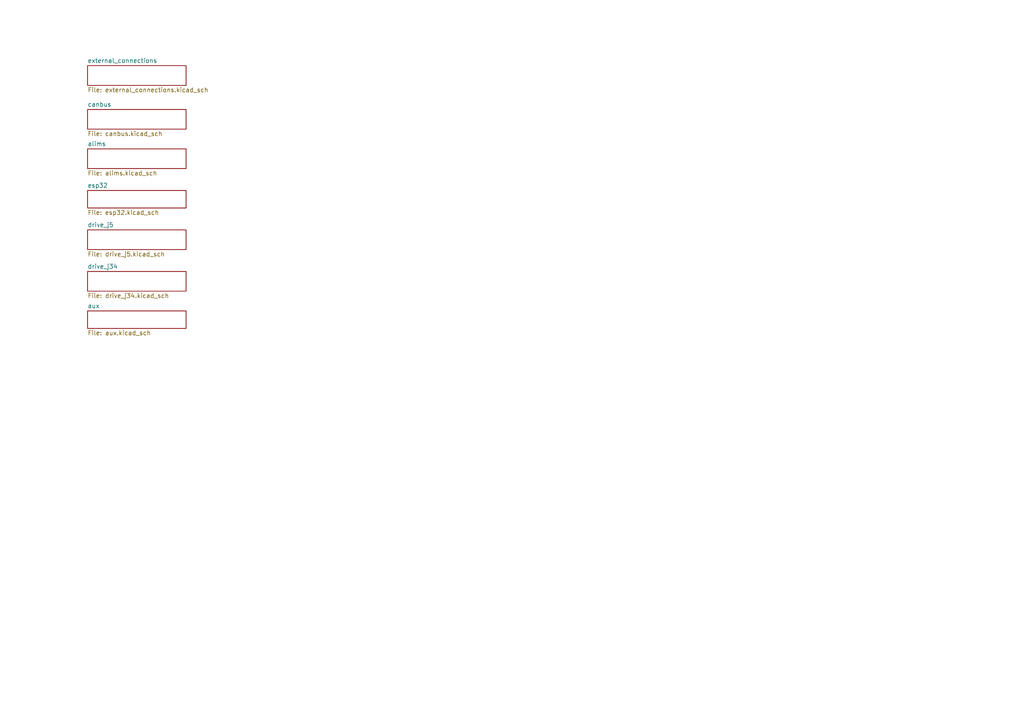
<source format=kicad_sch>
(kicad_sch
	(version 20231120)
	(generator "eeschema")
	(generator_version "8.0")
	(uuid "0367b172-2645-4fee-a34a-8f3c86d91287")
	(paper "A4")
	(title_block
		(title "${PROJECTNAME}")
		(date "2025-02-08")
		(rev "${REVISION}")
		(company "${GROUP_NAME}")
		(comment 1 "${AUTHOR}")
	)
	(lib_symbols)
	(sheet
		(at 25.4 55.245)
		(size 28.575 5.08)
		(fields_autoplaced yes)
		(stroke
			(width 0.1524)
			(type solid)
		)
		(fill
			(color 0 0 0 0.0000)
		)
		(uuid "34e7cc6a-ef11-4032-967f-8440a4d389d7")
		(property "Sheetname" "esp32"
			(at 25.4 54.5334 0)
			(effects
				(font
					(size 1.27 1.27)
				)
				(justify left bottom)
			)
		)
		(property "Sheetfile" "esp32.kicad_sch"
			(at 25.4 60.9096 0)
			(effects
				(font
					(size 1.27 1.27)
				)
				(justify left top)
			)
		)
		(instances
			(project "ArmJ345"
				(path "/a4fa9b30-7b48-474a-bdaa-0d7a6d26a697/8da6c8a9-d96a-428b-ac41-906630b726a3"
					(page "3")
				)
			)
		)
	)
	(sheet
		(at 25.4 78.74)
		(size 28.575 5.715)
		(fields_autoplaced yes)
		(stroke
			(width 0.1524)
			(type solid)
		)
		(fill
			(color 0 0 0 0.0000)
		)
		(uuid "7a12ebb4-e013-44d7-9d25-902ef9d72dff")
		(property "Sheetname" "drive_j34"
			(at 25.4 78.0284 0)
			(effects
				(font
					(size 1.27 1.27)
				)
				(justify left bottom)
			)
		)
		(property "Sheetfile" "drive_j34.kicad_sch"
			(at 25.4 85.0396 0)
			(effects
				(font
					(size 1.27 1.27)
				)
				(justify left top)
			)
		)
		(instances
			(project "ArmJ345"
				(path "/a4fa9b30-7b48-474a-bdaa-0d7a6d26a697/8da6c8a9-d96a-428b-ac41-906630b726a3"
					(page "8")
				)
			)
		)
	)
	(sheet
		(at 25.4 43.18)
		(size 28.575 5.715)
		(fields_autoplaced yes)
		(stroke
			(width 0.1524)
			(type solid)
		)
		(fill
			(color 0 0 0 0.0000)
		)
		(uuid "975c10a9-b14b-4de8-b36c-27df2b6637eb")
		(property "Sheetname" "alims"
			(at 25.4 42.4684 0)
			(effects
				(font
					(size 1.27 1.27)
				)
				(justify left bottom)
			)
		)
		(property "Sheetfile" "alims.kicad_sch"
			(at 25.4 49.4796 0)
			(effects
				(font
					(size 1.27 1.27)
				)
				(justify left top)
			)
		)
		(instances
			(project "ArmJ345"
				(path "/a4fa9b30-7b48-474a-bdaa-0d7a6d26a697/8da6c8a9-d96a-428b-ac41-906630b726a3"
					(page "6")
				)
			)
		)
	)
	(sheet
		(at 25.4 19.05)
		(size 28.575 5.715)
		(fields_autoplaced yes)
		(stroke
			(width 0.1524)
			(type solid)
		)
		(fill
			(color 0 0 0 0.0000)
		)
		(uuid "a44ba200-5c51-4d34-b26c-921f50e4e433")
		(property "Sheetname" "external_connections"
			(at 25.4 18.3384 0)
			(effects
				(font
					(size 1.27 1.27)
				)
				(justify left bottom)
			)
		)
		(property "Sheetfile" "external_connections.kicad_sch"
			(at 25.4 25.3496 0)
			(effects
				(font
					(size 1.27 1.27)
				)
				(justify left top)
			)
		)
		(instances
			(project "ArmJ345"
				(path "/a4fa9b30-7b48-474a-bdaa-0d7a6d26a697/8da6c8a9-d96a-428b-ac41-906630b726a3"
					(page "4")
				)
			)
		)
	)
	(sheet
		(at 25.4 90.17)
		(size 28.575 5.08)
		(fields_autoplaced yes)
		(stroke
			(width 0.1524)
			(type solid)
		)
		(fill
			(color 0 0 0 0.0000)
		)
		(uuid "afa8b274-f8be-4e23-8294-7fe05f76441c")
		(property "Sheetname" "aux"
			(at 25.4 89.4584 0)
			(effects
				(font
					(size 1.27 1.27)
				)
				(justify left bottom)
			)
		)
		(property "Sheetfile" "aux.kicad_sch"
			(at 25.4 95.8346 0)
			(effects
				(font
					(size 1.27 1.27)
				)
				(justify left top)
			)
		)
		(instances
			(project "ArmJ345"
				(path "/a4fa9b30-7b48-474a-bdaa-0d7a6d26a697/8da6c8a9-d96a-428b-ac41-906630b726a3"
					(page "9")
				)
			)
		)
	)
	(sheet
		(at 25.4 66.675)
		(size 28.575 5.715)
		(fields_autoplaced yes)
		(stroke
			(width 0.1524)
			(type solid)
		)
		(fill
			(color 0 0 0 0.0000)
		)
		(uuid "b15f402e-7c3f-4a24-884e-f6717439a243")
		(property "Sheetname" "drive_j5"
			(at 25.4 65.9634 0)
			(effects
				(font
					(size 1.27 1.27)
				)
				(justify left bottom)
			)
		)
		(property "Sheetfile" "drive_j5.kicad_sch"
			(at 25.4 72.9746 0)
			(effects
				(font
					(size 1.27 1.27)
				)
				(justify left top)
			)
		)
		(instances
			(project "ArmJ345"
				(path "/a4fa9b30-7b48-474a-bdaa-0d7a6d26a697/8da6c8a9-d96a-428b-ac41-906630b726a3"
					(page "7")
				)
			)
		)
	)
	(sheet
		(at 25.4 31.75)
		(size 28.575 5.715)
		(fields_autoplaced yes)
		(stroke
			(width 0.1524)
			(type solid)
		)
		(fill
			(color 0 0 0 0.0000)
		)
		(uuid "eeced412-3c84-4442-8d8f-724512277956")
		(property "Sheetname" "canbus"
			(at 25.4 31.0384 0)
			(effects
				(font
					(size 1.27 1.27)
				)
				(justify left bottom)
			)
		)
		(property "Sheetfile" "canbus.kicad_sch"
			(at 25.4 38.0496 0)
			(effects
				(font
					(size 1.27 1.27)
				)
				(justify left top)
			)
		)
		(instances
			(project "ArmJ345"
				(path "/a4fa9b30-7b48-474a-bdaa-0d7a6d26a697/8da6c8a9-d96a-428b-ac41-906630b726a3"
					(page "5")
				)
			)
		)
	)
)

</source>
